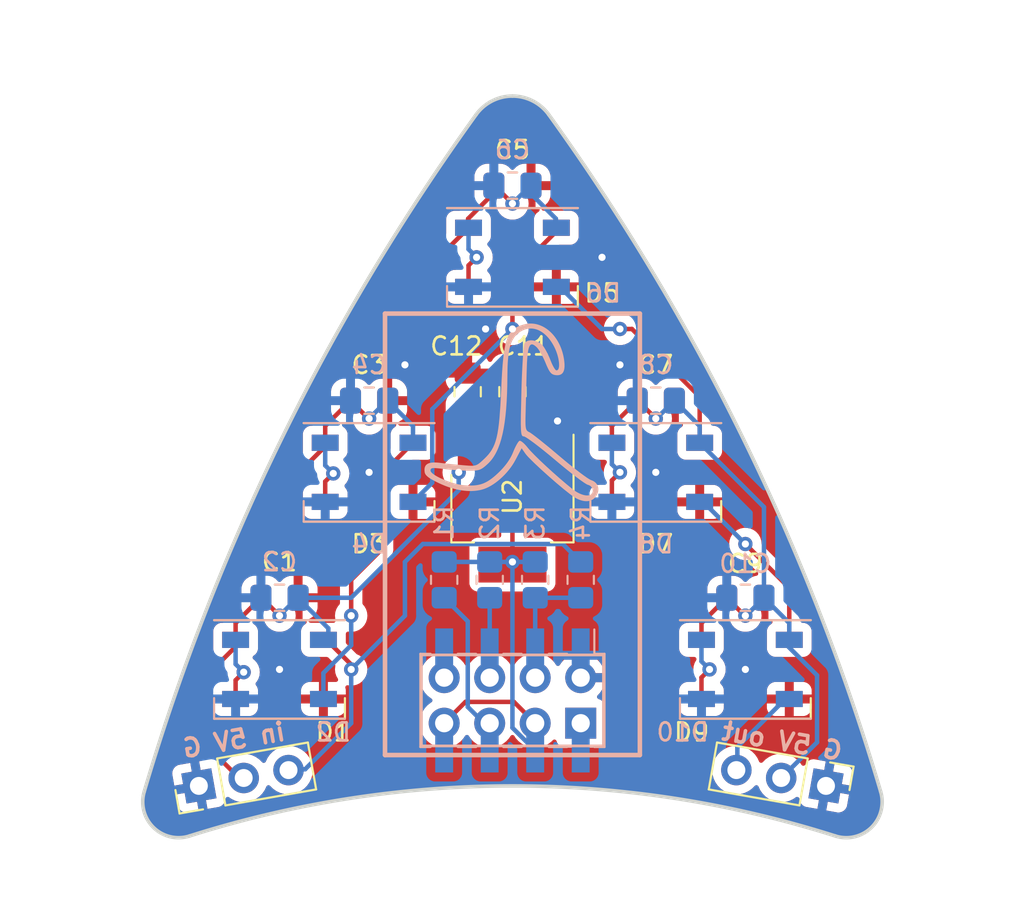
<source format=kicad_pcb>
(kicad_pcb (version 20221018) (generator pcbnew)
  (layers (0 "F.Cu" signal) (31 "B.Cu" signal) (34 "B.Paste" user) (35 "F.Paste" user) (36 "B.SilkS" user "B.Silkscreen") (37 "F.SilkS" user "F.Silkscreen") (38 "B.Mask" user) (39 "F.Mask" user) (44 "Edge.Cuts" user))
  (net 0 "")
  (net 1 "+5V")
  (net 2 "GND")
  (net 3 "3V3")
  (net 4 "Net-(D1-DOUT)")
  (net 5 "LED")
  (net 6 "Net-(D2-DOUT)")
  (net 7 "Net-(D3-DOUT)")
  (net 8 "Net-(D4-DOUT)")
  (net 9 "Net-(D5-DOUT)")
  (net 10 "Net-(D6-DOUT)")
  (net 11 "Net-(D7-DOUT)")
  (net 12 "LED_out")
  (net 14 "Net-(U1-RST)")
  (net 15 "Net-(U1-GPIO2)")
  (net 16 "Net-(U1-GPIO0)")
  (net 18 "Net-(D8-DOUT)")
  (net 19 "Net-(D10-DIN)")
  (footprint "LED_SMD:LED_WS2812B_PLCC4_5.0x5.0mm_P3.2mm" (layer "F.Cu") (at 8 21)
    (fp_text reference "D7")
    (fp_text value "WS2812B")
  )
  (footprint "LED_SMD:LED_WS2812B_PLCC4_5.0x5.0mm_P3.2mm" (layer "F.Cu") (at 13 32)
    (fp_text reference "D9")
    (fp_text value "WS2812B")
  )
  (footprint "LED_SMD:LED_WS2812B_PLCC4_5.0x5.0mm_P3.2mm" (layer "F.Cu") (at 0 9)
    (fp_text reference "D5")
    (fp_text value "WS2812B")
  )
  (footprint "Capacitor_SMD:C_0805_2012Metric_Pad1.18x1.45mm_HandSolder" (layer "F.Cu") (at 13 28 180)
    (fp_text reference "C9")
    (fp_text value "100nF")
  )
  (footprint "Capacitor_SMD:C_0805_2012Metric_Pad1.18x1.45mm_HandSolder" (layer "F.Cu") (at 0 16.5 90)
    (fp_text reference "C11")
    (fp_text value "220uF")
  )
  (footprint "Capacitor_SMD:C_0805_2012Metric_Pad1.18x1.45mm_HandSolder" (layer "F.Cu") (at 8 17 180)
    (fp_text reference "C7")
    (fp_text value "100nF")
  )
  (footprint "Package_TO_SOT_SMD:SOT-223-3_TabPin2" (layer "F.Cu") (at 0 23 -90)
    (fp_text reference "U2")
    (fp_text value "AMS1117-3.3")
  )
  (footprint "LED_SMD:LED_WS2812B_PLCC4_5.0x5.0mm_P3.2mm" (layer "F.Cu") (at -8 21)
    (fp_text reference "D3")
    (fp_text value "WS2812B")
  )
  (footprint "Connector_PinHeader_2.54mm:PinHeader_1x03_P2.54mm_Vertical" (layer "F.Cu") (at -17.5 38.5 100)
    (fp_text reference "J1" hide)
    (fp_text value "Conn_01x03_Socket")
  )
  (footprint "Capacitor_SMD:C_0805_2012Metric_Pad1.18x1.45mm_HandSolder" (layer "F.Cu") (at -13 28 180)
    (fp_text reference "C1")
    (fp_text value "100nF")
  )
  (footprint "Capacitor_SMD:C_0805_2012Metric_Pad1.18x1.45mm_HandSolder" (layer "F.Cu") (at -2.5 16.5 90)
    (fp_text reference "C12")
    (fp_text value "22uF")
  )
  (footprint "Capacitor_SMD:C_0805_2012Metric_Pad1.18x1.45mm_HandSolder" (layer "F.Cu") (at -8 17 180)
    (fp_text reference "C3")
    (fp_text value "100nF")
  )
  (footprint "LED_SMD:LED_WS2812B_PLCC4_5.0x5.0mm_P3.2mm" (layer "F.Cu") (at -13 32)
    (fp_text reference "D1")
    (fp_text value "WS2812B")
  )
  (footprint "Connector_PinHeader_2.54mm:PinHeader_1x03_P2.54mm_Vertical" (layer "F.Cu") (at 17.5 38.5 -100)
    (fp_text reference "J2" hide)
    (fp_text value "Conn_01x03_Socket")
  )
  (footprint "Capacitor_SMD:C_0805_2012Metric_Pad1.18x1.45mm_HandSolder" (layer "F.Cu") (at 0 5 180)
    (fp_text reference "C5")
    (fp_text value "100nF")
  )
  (footprint "Capacitor_SMD:C_0805_2012Metric_Pad1.18x1.45mm_HandSolder" (layer "B.Cu") (at -13 28)
    (fp_text reference "C2")
    (fp_text value "100nF")
  )
  (footprint "Resistor_SMD:R_0805_2012Metric_Pad1.20x1.40mm_HandSolder" (layer "B.Cu") (at -3.81 27 -90)
    (fp_text reference "R1")
    (fp_text value "10k")
  )
  (footprint "Connector_PinSocket_2.54mm:PinSocket_2x04_P2.54mm_Vertical_SMD" (layer "B.Cu") (at 0 33.73 90)
    (fp_text reference "U1_" hide)
    (fp_text value "PinSocket_2x04_P2.54mm_Vertical_SMD" hide)
  )
  (footprint "Capacitor_SMD:C_0805_2012Metric_Pad1.18x1.45mm_HandSolder" (layer "B.Cu") (at 13 28)
    (fp_text reference "C10")
    (fp_text value "100nF")
  )
  (footprint "ESP8266:ESP-01" (layer "B.Cu") (at 3.81 35 90)
    (fp_text reference "U1" hide)
    (fp_text value "ESP-01v090" hide)
  )
  (footprint "Resistor_SMD:R_0805_2012Metric_Pad1.20x1.40mm_HandSolder" (layer "B.Cu") (at -1.27 27 90)
    (fp_text reference "R2")
    (fp_text value "10k")
  )
  (footprint "Capacitor_SMD:C_0805_2012Metric_Pad1.18x1.45mm_HandSolder" (layer "B.Cu") (at 8 17)
    (fp_text reference "C8")
    (fp_text value "100nF")
  )
  (footprint "Resistor_SMD:R_0805_2012Metric_Pad1.20x1.40mm_HandSolder" (layer "B.Cu") (at 3.81 27 90)
    (fp_text reference "R4")
    (fp_text value "120")
  )
  (footprint "LED_SMD:LED_WS2812B_PLCC4_5.0x5.0mm_P3.2mm" (layer "B.Cu") (at 13 32 180)
    (fp_text reference "D10")
    (fp_text value "WS2812B")
  )
  (footprint "LED_SMD:LED_WS2812B_PLCC4_5.0x5.0mm_P3.2mm" (layer "B.Cu") (at -13 32 180)
    (fp_text reference "D2")
    (fp_text value "WS2812B")
  )
  (footprint "Capacitor_SMD:C_0805_2012Metric_Pad1.18x1.45mm_HandSolder" (layer "B.Cu") (at 0 5)
    (fp_text reference "C6")
    (fp_text value "100nF")
  )
  (footprint "Capacitor_SMD:C_0805_2012Metric_Pad1.18x1.45mm_HandSolder" (layer "B.Cu") (at -8 17)
    (fp_text reference "C4")
    (fp_text value "100nF")
  )
  (footprint "LED_SMD:LED_WS2812B_PLCC4_5.0x5.0mm_P3.2mm" (layer "B.Cu") (at -8 21 180)
    (fp_text reference "D4")
    (fp_text value "WS2812B")
  )
  (footprint "LED_SMD:LED_WS2812B_PLCC4_5.0x5.0mm_P3.2mm" (layer "B.Cu") (at 0 9 180)
    (fp_text reference "D6")
    (fp_text value "WS2812B")
  )
  (footprint "LED_SMD:LED_WS2812B_PLCC4_5.0x5.0mm_P3.2mm" (layer "B.Cu") (at 8 21 180)
    (fp_text reference "D8")
    (fp_text value "WS2812B")
  )
  (footprint "Resistor_SMD:R_0805_2012Metric_Pad1.20x1.40mm_HandSolder" (layer "B.Cu") (at 1.27 27 90)
    (fp_text reference "R3")
    (fp_text value "10k")
  )
  (gr_poly (pts (xy 0.949271 12.696016) (xy 0.857235 12.703624) (xy 0.764976 12.717499) (xy 0.67264 12.737764) (xy 0.581634 12.762332) (xy 0.495267 12.788753) (xy 0.413398 12.817415) (xy 0.335891 12.848705) (xy 0.262605 12.88301) (xy 0.193404 12.920716) (xy 0.128146 12.962212) (xy 0.066694 13.007883) (xy 0.008909 13.058117) (xy -0.045347 13.113301) (xy -0.096213 13.173822) (xy -0.14383 13.240066) (xy -0.188334 13.312421) (xy -0.229865 13.391274) (xy -0.268562 13.477012) (xy -0.304563 13.570021) (xy -0.338007 13.670688) (xy -0.369033 13.779403) (xy -0.39778 13.896548) (xy -0.424385 14.022515) (xy -0.448989 14.157688) (xy -0.47173 14.302453) (xy -0.492746 14.4572) (xy -0.512177 14.622315) (xy -0.53016 14.798184) (xy -0.546836 14.985195) (xy -0.576819 15.394188) (xy -0.603233 15.852392) (xy -0.627191 16.362903) (xy -0.672116 17.262216) (xy -0.725697 17.993276) (xy -0.757617 18.303483) (xy -0.793961 18.58095) (xy -0.835482 18.828786) (xy -0.882933 19.0501) (xy -0.937068 19.248) (xy -0.998639 19.425592) (xy -1.0684 19.585987) (xy -1.147104 19.732292) (xy -1.235504 19.867615) (xy -1.334352 19.995064) (xy -1.444404 20.117748) (xy -1.566411 20.238773) (xy -1.645787 20.313592) (xy -1.71646 20.379018) (xy -1.780127 20.435577) (xy -1.838488 20.483796) (xy -1.86621 20.504943) (xy -1.893242 20.524201) (xy -1.919798 20.541638) (xy -1.946088 20.557319) (xy -1.972327 20.57131) (xy -1.998725 20.583676) (xy -2.025496 20.594484) (xy -2.052852 20.6038) (xy -2.081005 20.611688) (xy -2.110168 20.618216) (xy -2.140552 20.623448) (xy -2.172372 20.62745) (xy -2.205837 20.630289) (xy -2.241161 20.632031) (xy -2.278557 20.63274) (xy -2.318237 20.632483) (xy -2.405297 20.629334) (xy -2.504041 20.62311) (xy -2.743376 20.603544) (xy -3.071083 20.573675) (xy -3.427263 20.538417) (xy -3.76894 20.502176) (xy -4.053138 20.469354) (xy -4.171845 20.456977) (xy -4.2812 20.450244) (xy -4.381326 20.44923) (xy -4.472344 20.45401) (xy -4.554378 20.464659) (xy -4.592064 20.472208) (xy -4.627548 20.481253) (xy -4.660848 20.491803) (xy -4.691977 20.503868) (xy -4.720952 20.517456) (xy -4.747787 20.532576) (xy -4.772498 20.54924) (xy -4.7951 20.567456) (xy -4.815608 20.587234) (xy -4.834038 20.608582) (xy -4.850404 20.63151) (xy -4.864723 20.656028) (xy -4.877009 20.682146) (xy -4.887277 20.709872) (xy -4.895544 20.739215) (xy -4.901823 20.770186) (xy -4.906131 20.802794) (xy -4.908482 20.837048) (xy -4.908892 20.872957) (xy -4.907376 20.910532) (xy -4.898628 20.990712) (xy -4.895472 21.008158) (xy -4.89124 21.025467) (xy -4.885898 21.042663) (xy -4.879416 21.05977) (xy -4.871762 21.076813) (xy -4.862904 21.093816) (xy -4.852811 21.110805) (xy -4.841451 21.127803) (xy -4.828792 21.144833) (xy -4.814804 21.161923) (xy -4.799453 21.179094) (xy -4.78271 21.196372) (xy -4.764541 21.213781) (xy -4.744916 21.231345) (xy -4.723803 21.24909) (xy -4.70117 21.267039) (xy -4.676986 21.285216) (xy -4.651219 21.303646) (xy -4.594808 21.341364) (xy -4.531688 21.380386) (xy -4.461602 21.420908) (xy -4.3843 21.463126) (xy -4.299528 21.507234) (xy -4.207034 21.553427) (xy -4.106564 21.601901) (xy -3.944317 21.675843) (xy -3.782904 21.743112) (xy -3.622513 21.803679) (xy -3.46333 21.857516) (xy -3.305544 21.904593) (xy -3.14934 21.944884) (xy -2.994907 21.978357) (xy -2.842432 22.004986) (xy -2.692102 22.024741) (xy -2.544105 22.037593) (xy -2.398628 22.043514) (xy -2.25586 22.042476) (xy -2.115986 22.034448) (xy -1.979194 22.019404) (xy -1.845672 21.997312) (xy -1.715607 21.968148) (xy -1.589267 21.9301) (xy -1.460408 21.880079) (xy -1.329816 21.818776) (xy -1.198275 21.746884) (xy -1.066572 21.665093) (xy -0.935492 21.574096) (xy -0.80582 21.474583) (xy -0.678343 21.367246) (xy -0.553845 21.252776) (xy -0.433112 21.131865) (xy -0.316929 21.005205) (xy -0.206083 20.873487) (xy -0.101358 20.737401) (xy -0.003541 20.597641) (xy 0.086584 20.454897) (xy 0.168231 20.30986) (xy 0.513435 19.656768) (xy 0.726656 19.96325) (xy 0.79584 20.050031) (xy 0.901506 20.165708) (xy 1.202855 20.466552) (xy 1.591859 20.831392) (xy 2.029673 21.225833) (xy 2.477453 21.615484) (xy 2.896355 21.965952) (xy 3.247532 22.242844) (xy 3.385585 22.342952) (xy 3.492141 22.411768) (xy 3.584609 22.462105) (xy 3.675593 22.505076) (xy 3.76486 22.540694) (xy 3.852175 22.568974) (xy 3.937303 22.589929) (xy 4.02001 22.603575) (xy 4.100062 22.609924) (xy 4.177224 22.608992) (xy 4.214649 22.6058) (xy 4.251264 22.600792) (xy 4.287038 22.593972) (xy 4.321944 22.585339) (xy 4.355951 22.574896) (xy 4.389031 22.562646) (xy 4.421154 22.54859) (xy 4.452292 22.532728) (xy 4.482413 22.515065) (xy 4.51149 22.4956) (xy 4.539494 22.474336) (xy 4.566393 22.451275) (xy 4.592161 22.426418) (xy 4.616767 22.399767) (xy 4.640181 22.371324) (xy 4.662375 22.34109) (xy 4.662375 22.341092) (xy 4.685248 22.30641) (xy 4.705933 22.27158) (xy 4.724448 22.236655) (xy 4.740809 22.201692) (xy 4.755034 22.166747) (xy 4.767137 22.131875) (xy 4.777137 22.097132) (xy 4.785049 22.062575) (xy 4.790891 22.028257) (xy 4.792484 22.013939) (xy 4.483697 22.013939) (xy 4.483466 22.033501) (xy 4.481849 22.05296) (xy 4.478822 22.072246) (xy 4.474361 22.091295) (xy 4.468441 22.110038) (xy 4.461037 22.128409) (xy 4.452124 22.14634) (xy 4.44168 22.163766) (xy 4.429677 22.180618) (xy 4.416092 22.19683) (xy 4.400902 22.212335) (xy 4.383148 22.2275) (xy 4.363816 22.240965) (xy 4.342969 22.252746) (xy 4.320667 22.26286) (xy 4.296969 22.27132) (xy 4.271938 22.278146) (xy 4.245632 22.283352) (xy 4.218114 22.286955) (xy 4.189442 22.288969) (xy 4.159679 22.289412) (xy 4.128884 22.2883) (xy 4.097118 22.285648) (xy 4.064441 22.281473) (xy 4.030916 22.275791) (xy 3.961556 22.259968) (xy 3.889524 22.238308) (xy 3.815303 22.21094) (xy 3.739379 22.177992) (xy 3.662236 22.139594) (xy 3.584358 22.095872) (xy 3.506231 22.046956) (xy 3.428337 21.992974) (xy 3.351164 21.934054) (xy 3.351163 21.934054) (xy 2.999634 21.6455) (xy 2.627147 21.32706) (xy 2.249714 20.993552) (xy 1.883349 20.659793) (xy 1.544068 20.340601) (xy 1.247882 20.050796) (xy 1.010807 19.805192) (xy 0.91944 19.703599) (xy 0.848856 19.618612) (xy 0.81485 19.576187) (xy 0.780531 19.535352) (xy 0.746128 19.4963) (xy 0.711876 19.459226) (xy 0.678004 19.424325) (xy 0.644744 19.391791) (xy 0.612329 19.361817) (xy 0.58099 19.3346) (xy 0.550959 19.310332) (xy 0.522468 19.28921) (xy 0.495748 19.271426) (xy 0.471031 19.257176) (xy 0.448548 19.246653) (xy 0.428533 19.240052) (xy 0.419523 19.238284) (xy 0.411216 19.237568) (xy 0.403642 19.237932) (xy 0.39683 19.239396) (xy 0.390139 19.242186) (xy 0.382924 19.24648) (xy 0.375211 19.252239) (xy 0.36702 19.25942) (xy 0.358376 19.267984) (xy 0.3493 19.277892) (xy 0.32995 19.301568) (xy 0.309153 19.330126) (xy 0.287094 19.36324) (xy 0.263956 19.400584) (xy 0.239924 19.441835) (xy 0.215184 19.486665) (xy 0.189916 19.534752) (xy 0.164308 19.585768) (xy 0.138542 19.63939) (xy 0.112803 19.695292) (xy 0.087275 19.75315) (xy 0.062142 19.812638) (xy 0.037588 19.873431) (xy 0.006983 19.947184) (xy -0.026633 20.020956) (xy -0.063239 20.09472) (xy -0.102814 20.168448) (xy -0.145339 20.242111) (xy -0.190792 20.31568) (xy -0.239155 20.389128) (xy -0.290406 20.462426) (xy -0.344524 20.535546) (xy -0.401491 20.60846) (xy -0.461284 20.68114) (xy -0.523885 20.753557) (xy -0.589272 20.825684) (xy -0.657426 20.89749) (xy -0.728325 20.96895) (xy -0.801951 21.040034) (xy -0.922619 21.151043) (xy -1.038738 21.251199) (xy -1.151337 21.340853) (xy -1.261446 21.42036) (xy -1.370093 21.490068) (xy -1.478309 21.550332) (xy -1.587121 21.601504) (xy -1.642072 21.62379) (xy -1.69756 21.643935) (xy -1.75371 21.661983) (xy -1.810653 21.677977) (xy -1.927431 21.703983) (xy -2.048922 21.722304) (xy -2.176156 21.733294) (xy -2.310161 21.737303) (xy -2.451968 21.734684) (xy -2.602604 21.725788) (xy -2.7631 21.710969) (xy -2.897424 21.692346) (xy -3.039425 21.664796) (xy -3.186848 21.629327) (xy -3.337437 21.58694) (xy -3.488938 21.538645) (xy -3.639096 21.485445) (xy -3.785656 21.428347) (xy -3.926362 21.368356) (xy -4.05896 21.306476) (xy -4.181194 21.243715) (xy -4.29081 21.181077) (xy -4.385552 21.119569) (xy -4.463167 21.060195) (xy -4.521397 21.003961) (xy -4.54254 20.977336) (xy -4.557989 20.951873) (xy -4.567466 20.927698) (xy -4.570688 20.904937) (xy -4.570433 20.889904) (xy -4.56961 20.875767) (xy -4.568132 20.862512) (xy -4.565909 20.850128) (xy -4.562855 20.838604) (xy -4.558882 20.82793) (xy -4.553903 20.818092) (xy -4.547828 20.809081) (xy -4.544353 20.804882) (xy -4.540572 20.800884) (xy -4.536473 20.797088) (xy -4.532046 20.793492) (xy -4.527279 20.790092) (xy -4.522162 20.78689) (xy -4.510832 20.78107) (xy -4.49797 20.776018) (xy -4.483487 20.771725) (xy -4.467295 20.768178) (xy -4.449306 20.765367) (xy -4.429434 20.763279) (xy -4.40759 20.761904) (xy -4.383687 20.76123) (xy -4.357636 20.761246) (xy -4.32935 20.76194) (xy -4.298742 20.763301) (xy -4.265724 20.765319) (xy -4.230207 20.76798) (xy -4.192104 20.771275) (xy -4.151328 20.775192) (xy -4.061404 20.784844) (xy -3.959733 20.796847) (xy -3.845614 20.81111) (xy -3.686476 20.82978) (xy -3.511944 20.847414) (xy -3.327704 20.863611) (xy -3.139437 20.87797) (xy -2.952829 20.890088) (xy -2.773564 20.899566) (xy -2.607325 20.906001) (xy -2.459797 20.908992) (xy -2.256827 20.908493) (xy -2.170105 20.905872) (xy -2.091711 20.901144) (xy -2.020504 20.893914) (xy -1.95535 20.883787) (xy -1.89511 20.870367) (xy -1.838646 20.85326) (xy -1.784822 20.83207) (xy -1.732499 20.806404) (xy -1.68054 20.775865) (xy -1.627809 20.74006) (xy -1.573168 20.698592) (xy -1.515478 20.651068) (xy -1.453604 20.597092) (xy -1.386406 20.536269) (xy -1.315559 20.467948) (xy -1.247292 20.395167) (xy -1.181582 20.31782) (xy -1.118405 20.235801) (xy -1.057738 20.149008) (xy -0.999557 20.057332) (xy -0.943838 19.960672) (xy -0.890558 19.85892) (xy -0.839693 19.751972) (xy -0.79122 19.639722) (xy -0.701354 19.398899) (xy -0.620772 19.135609) (xy -0.549284 18.849013) (xy -0.486702 18.538269) (xy -0.432838 18.202537) (xy -0.387503 17.840976) (xy -0.350508 17.452746) (xy -0.321664 17.037005) (xy -0.300782 16.592913) (xy -0.287675 16.119629) (xy -0.282153 15.616313) (xy -0.273037 15.120957) (xy -0.262704 14.899872) (xy -0.248237 14.695408) (xy -0.229425 14.506732) (xy -0.206057 14.333014) (xy -0.17792 14.173422) (xy -0.144801 14.027124) (xy -0.10649 13.89329) (xy -0.062775 13.771087) (xy -0.013443 13.659685) (xy 0.04172 13.558252) (xy 0.102922 13.465956) (xy 0.170377 13.381968) (xy 0.244297 13.305453) (xy 0.324894 13.235582) (xy 0.388672 13.187636) (xy 0.453201 13.144604) (xy 0.518398 13.106457) (xy 0.58418 13.073163) (xy 0.650466 13.04469) (xy 0.71717 13.021008) (xy 0.784211 13.002086) (xy 0.851505 12.987892) (xy 0.918969 12.978396) (xy 0.986521 12.973567) (xy 1.054078 12.973372) (xy 1.121556 12.977783) (xy 1.188873 12.986766) (xy 1.255945 13.000292) (xy 1.32269 13.018329) (xy 1.389024 13.040846) (xy 1.454866 13.067812) (xy 1.520131 13.099196) (xy 1.584736 13.134968) (xy 1.6486 13.175094) (xy 1.711638 13.219546) (xy 1.773768 13.268292) (xy 1.834908 13.3213) (xy 1.894972 13.37854) (xy 1.95388 13.43998) (xy 2.011548 13.50559) (xy 2.067892 13.575339) (xy 2.122832 13.649195) (xy 2.176281 13.727127) (xy 2.228159 13.809104) (xy 2.278382 13.895096) (xy 2.326867 13.98507) (xy 2.381572 14.097919) (xy 2.430594 14.213301) (xy 2.473806 14.32981) (xy 2.511078 14.446037) (xy 2.54228 14.560575) (xy 2.567285 14.672016) (xy 2.585962 14.778952) (xy 2.598184 14.879977) (xy 2.603819 14.973682) (xy 2.60274 15.05866) (xy 2.594817 15.133502) (xy 2.579922 15.196803) (xy 2.56982 15.223684) (xy 2.557925 15.247153) (xy 2.544224 15.267032) (xy 2.528698 15.283146) (xy 2.511332 15.295318) (xy 2.492111 15.303373) (xy 2.471016 15.307135) (xy 2.448034 15.306428) (xy 2.441824 15.304984) (xy 2.435168 15.302176) (xy 2.428089 15.29804) (xy 2.420607 15.29261) (xy 2.41274 15.285921) (xy 2.404512 15.278009) (xy 2.395941 15.268909) (xy 2.387048 15.258656) (xy 2.368377 15.234832) (xy 2.348663 15.206816) (xy 2.328068 15.174892) (xy 2.306756 15.13934) (xy 2.28489 15.10044) (xy 2.262632 15.058474) (xy 2.240146 15.013724) (xy 2.217594 14.966471) (xy 2.19514 14.916994) (xy 2.172948 14.865577) (xy 2.15118 14.8125) (xy 2.129998 14.758043) (xy 2.085017 14.64521) (xy 2.034552 14.529128) (xy 1.980316 14.413112) (xy 1.924019 14.300476) (xy 1.867375 14.194533) (xy 1.812096 14.0986) (xy 1.759896 14.015988) (xy 1.735485 13.980713) (xy 1.712486 13.950012) (xy 1.685932 13.918223) (xy 1.657552 13.887996) (xy 1.627491 13.859351) (xy 1.595892 13.832308) (xy 1.562899 13.806887) (xy 1.528657 13.783108) (xy 1.493312 13.760991) (xy 1.457006 13.740556) (xy 1.419884 13.721823) (xy 1.382092 13.704812) (xy 1.343772 13.689542) (xy 1.30507 13.676034) (xy 1.227096 13.654382) (xy 1.188112 13.646279) (xy 1.149324 13.640016) (xy 1.110876 13.635616) (xy 1.072911 13.633096) (xy 1.035574 13.632477) (xy 0.99901 13.63378) (xy 0.963363 13.637023) (xy 0.928777 13.642228) (xy 0.895397 13.649413) (xy 0.863368 13.6586) (xy 0.832832 13.669806) (xy 0.803936 13.683054) (xy 0.776824 13.698362) (xy 0.751638 13.715751) (xy 0.728525 13.73524) (xy 0.707628 13.75685) (xy 0.689092 13.7806) (xy 0.673062 13.806511) (xy 0.661702 13.83966) (xy 0.65 13.89728) (xy 0.638046 13.977988) (xy 0.625928 14.080405) (xy 0.601553 14.344841) (xy 0.577587 14.679539) (xy 0.554739 15.073451) (xy 0.533719 15.51553) (xy 0.515236 15.994728) (xy 0.5 16.5) (xy 0.469783 17.863274) (xy 0.467567 18.303447) (xy 0.475566 18.612825) (xy 0.483776 18.725541) (xy 0.494998 18.814047) (xy 0.509381 18.881174) (xy 0.527078 18.92975) (xy 0.548241 18.962606) (xy 0.573024 18.982571) (xy 0.601575 18.992475) (xy 0.634049 18.995148) (xy 0.64628 18.996873) (xy 0.662385 19.001994) (xy 0.705772 19.022083) (xy 0.763308 19.054737) (xy 0.834093 19.09928) (xy 0.917229 19.155035) (xy 1.011815 19.221326) (xy 1.231737 19.382808) (xy 1.48666 19.578314) (xy 1.769383 19.80243) (xy 2.072707 20.049744) (xy 2.389432 20.314844) (xy 2.707529 20.581231) (xy 3.014788 20.83224) (xy 3.303732 21.062196) (xy 3.566885 21.26543) (xy 3.796773 21.436268) (xy 3.985918 21.56904) (xy 4.126846 21.658072) (xy 4.176892 21.684414) (xy 4.21208 21.697694) (xy 4.235263 21.703969) (xy 4.257576 21.711548) (xy 4.278995 21.720361) (xy 4.299496 21.730344) (xy 4.319054 21.741428) (xy 4.337645 21.753548) (xy 4.355244 21.766634) (xy 4.371826 21.780622) (xy 4.387367 21.795443) (xy 4.401842 21.811031) (xy 4.415227 21.827318) (xy 4.427496 21.844239) (xy 4.438627 21.861724) (xy 4.448593 21.879709) (xy 4.457371 21.898126) (xy 4.464935 21.916907) (xy 4.471261 21.935986) (xy 4.476326 21.955296) (xy 4.480103 21.974769) (xy 4.482568 21.994339) (xy 4.483697 22.013939) (xy 4.792484 22.013939) (xy 4.794678 21.994236) (xy 4.796428 21.960568) (xy 4.796157 21.927306) (xy 4.793882 21.894508) (xy 4.789619 21.86223) (xy 4.783385 21.830527) (xy 4.775196 21.799455) (xy 4.76507 21.769068) (xy 4.753023 21.739425) (xy 4.739071 21.71058) (xy 4.723231 21.682588) (xy 4.705519 21.655506) (xy 4.685952 21.629388) (xy 4.664548 21.604293) (xy 4.641323 21.580274) (xy 4.616292 21.557388) (xy 4.589472 21.535689) (xy 4.560881 21.515235) (xy 4.530536 21.49608) (xy 4.498451 21.478281) (xy 4.464644 21.461893) (xy 4.429133 21.446972) (xy 4.391933 21.433574) (xy 4.35184 21.416361) (xy 4.298108 21.387056) (xy 4.231646 21.346346) (xy 4.153361 21.29492) (xy 3.964952 21.162665) (xy 3.74014 20.995796) (xy 3.486185 20.799813) (xy 3.210346 20.580218) (xy 2.919881 20.342512) (xy 2.622052 20.092199) (xy 2.040677 19.604625) (xy 1.529726 19.190259) (xy 1.317908 19.024225) (xy 1.144394 18.892928) (xy 1.016084 18.801848) (xy 0.971037 18.773102) (xy 0.939878 18.756464) (xy 0.920789 18.747906) (xy 0.902785 18.739143) (xy 0.88584 18.730036) (xy 0.869925 18.72045) (xy 0.855016 18.710248) (xy 0.841086 18.699291) (xy 0.828108 18.687444) (xy 0.816056 18.67457) (xy 0.804902 18.660531) (xy 0.794621 18.645192) (xy 0.785187 18.628413) (xy 0.776572 18.61006) (xy 0.768749 18.589996) (xy 0.761694 18.568081) (xy 0.755379 18.544182) (xy 0.749776 18.51816) (xy 0.744861 18.489878) (xy 0.740607 18.4592) (xy 0.736987 18.425988) (xy 0.733973 18.390106) (xy 0.731541 18.351417) (xy 0.729664 18.309784) (xy 0.728313 18.265069) (xy 0.727465 18.217137) (xy 0.727167 18.111072) (xy 0.728555 17.990492) (xy 0.731419 17.854303) (xy 0.735546 17.701408) (xy 0.793552 15.408698) (xy 0.810417 14.905544) (xy 0.822468 14.694168) (xy 0.837339 14.508566) (xy 0.855334 14.347969) (xy 0.876756 14.211607) (xy 0.901913 14.098711) (xy 0.931107 14.008509) (xy 0.964644 13.940234) (xy 0.983136 13.914078) (xy 1.002828 13.893115) (xy 1.023758 13.877248) (xy 1.045964 13.866383) (xy 1.069484 13.86042) (xy 1.094356 13.859267) (xy 1.12062 13.862824) (xy 1.148311 13.870997) (xy 1.208131 13.900805) (xy 1.274121 13.947921) (xy 1.346588 14.011575) (xy 1.371418 14.037137) (xy 1.39828 14.068656) (xy 1.426917 14.105685) (xy 1.457075 14.147776) (xy 1.488496 14.19448) (xy 1.520928 14.245351) (xy 1.554114 14.29994) (xy 1.587799 14.357801) (xy 1.621727 14.418485) (xy 1.655643 14.481544) (xy 1.689292 14.546532) (xy 1.722419 14.613) (xy 1.754768 14.680501) (xy 1.786084 14.748588) (xy 1.816111 14.816811) (xy 1.844595 14.884724) (xy 1.885068 14.982304) (xy 1.922949 15.070247) (xy 1.95866 15.149063) (xy 1.992621 15.219259) (xy 2.025256 15.281344) (xy 2.056988 15.335828) (xy 2.088238 15.383216) (xy 2.119428 15.424018) (xy 2.150981 15.458742) (xy 2.18332 15.487896) (xy 2.216864 15.511989) (xy 2.252039 15.531529) (xy 2.289264 15.547024) (xy 2.328964 15.558981) (xy 2.37156 15.56791) (xy 2.417473 15.574319) (xy 2.456483 15.577755) (xy 2.49384 15.579175) (xy 2.52955 15.578571) (xy 2.563617 15.575932) (xy 2.596046 15.571248) (xy 2.62684 15.564512) (xy 2.656007 15.555712) (xy 2.683548 15.54484) (xy 2.709471 15.531884) (xy 2.733777 15.516837) (xy 2.756474 15.499688) (xy 2.777564 15.480428) (xy 2.797053 15.459048) (xy 2.814946 15.435536) (xy 2.831247 15.409885) (xy 2.84596 15.382084) (xy 2.85909 15.352124) (xy 2.870643 15.319996) (xy 2.880621 15.285688) (xy 2.889032 15.249193) (xy 2.895877 15.2105) (xy 2.901163 15.1696) (xy 2.904894 15.126484) (xy 2.907075 15.08114) (xy 2.90771 15.033562) (xy 2.906804 14.983737) (xy 2.904361 14.931657) (xy 2.900387 14.877312) (xy 2.894885 14.820694) (xy 2.88786 14.761791) (xy 2.879318 14.700595) (xy 2.869263 14.637095) (xy 2.8468 14.517568) (xy 2.819908 14.400668) (xy 2.788729 14.28652) (xy 2.75341 14.175252) (xy 2.714096 14.066988) (xy 2.670933 13.961852) (xy 2.624064 13.859972) (xy 2.573636 13.761472) (xy 2.519792 13.666477) (xy 2.462679 13.575114) (xy 2.402441 13.487508) (xy 2.339224 13.403784) (xy 2.273172 13.324068) (xy 2.204432 13.248484) (xy 2.133147 13.177159) (xy 2.059462 13.110218) (xy 1.983524 13.047787) (xy 1.905477 12.98999) (xy 1.825466 12.936954) (xy 1.743636 12.888804) (xy 1.660134 12.845665) (xy 1.575102 12.807663) (xy 1.488687 12.774923) (xy 1.401034 12.747571) (xy 1.312287 12.725732) (xy 1.222592 12.709531) (xy 1.132095 12.699094) (xy 1.04094 12.694548)) (fill solid) (layer "B.SilkS"))
  (gr_arc (start -2.02751 1.037398) (mid -1.138748 0.27441) (end 0 0) (stroke (width 0.2)) (layer "Edge.Cuts"))
  (gr_arc (start -18.027299 41.29668) (mid 0 38.5) (end 18.027299 41.29668) (stroke (width 0.2)) (layer "Edge.Cuts"))
  (gr_arc (start 0 0) (mid 1.138748 0.27441) (end 2.02751 1.037398) (stroke (width 0.2)) (layer "Edge.Cuts"))
  (gr_arc (start -18.027299 41.29668) (mid -20.032423 40.81979) (end -20.551653 38.82521) (stroke (width 0.2)) (layer "Edge.Cuts"))
  (gr_arc (start 2.027511 1.037399) (mid 12.891272 19.146132) (end 20.551653 38.825209) (stroke (width 0.2)) (layer "Edge.Cuts"))
  (gr_arc (start -20.551653 38.825209) (mid -12.891272 19.146132) (end -2.027511 1.037399) (stroke (width 0.2)) (layer "Edge.Cuts"))
  (gr_arc (start 20.551653 38.82521) (mid 20.032425 40.819793) (end 18.027299 41.29668) (stroke (width 0.2)) (layer "Edge.Cuts"))
  (gr_text "G 5V out" (at 18.390372 37.18351 350) (layer "B.SilkS") (effects (font (size 1 1) (thickness 0.2) bold) (justify left bottom mirror)))
  (gr_text "in 5V G" (at -12.5 36 10) (layer "B.SilkS") (effects (font (size 1 1) (thickness 0.2) bold) (justify left bottom mirror)))
  (segment (start -10.45 18.4125) (end -9.0375 17) (width 0.25) (layer "F.Cu") (net 1))
  (segment (start 6.9625 17) (end 7 17) (width 0.25) (layer "F.Cu") (net 1))
  (segment (start 13 29) (end 12.9625 29) (width 0.25) (layer "F.Cu") (net 1))
  (segment (start -0.56649 5.43351) (end -1.062128 5.43351) (width 0.25) (layer "F.Cu") (net 1))
  (segment (start -14 28.055638) (end -13.762128 28.29351) (width 0.25) (layer "F.Cu") (net 1))
  (segment (start -2.474628 6.84601) (end -2.474628 7.374628) (width 0.25) (layer "F.Cu") (net 1))
  (segment (start -15.45 30.35) (end -15.45 29.4125) (width 0.25) (layer "F.Cu") (net 1))
  (segment (start 12.9625 29) (end 11.9625 28) (width 0.25) (layer "F.Cu") (net 1))
  (segment (start -10.45 19.35) (end -10.45 19.549441) (width 0.25) (layer "F.Cu") (net 1))
  (segment (start -15.303216 38.012444) (end -17 36.31566) (width 0.25) (layer "F.Cu") (net 1))
  (segment (start -15.45 29.4125) (end -14.0375 28) (width 0.25) (layer "F.Cu") (net 1))
  (segment (start -10.45 19.549441) (end -14 23.099441) (width 0.25) (layer "F.Cu") (net 1))
  (segment (start 0 6) (end -0.56649 5.43351) (width 0.25) (layer "F.Cu") (net 1))
  (segment (start 3.7625 16.625) (end -1.67255 16.625) (width 0.25) (layer "F.Cu") (net 1))
  (segment (start -13.762128 28.29351) (end -13.70649 28.29351) (width 0.25) (layer "F.Cu") (net 1))
  (segment (start -2.3 19.85) (end -2.3 17.7375) (width 0.25) (layer "F.Cu") (net 1))
  (segment (start 7 17) (end 8 18) (width 0.25) (layer "F.Cu") (net 1))
  (segment (start 5.55 18.4125) (end 3.7625 16.625) (width 0.25) (layer "F.Cu") (net 1))
  (segment (start 5.55 19.35) (end 5.55 18.4125) (width 0.25) (layer "F.Cu") (net 1))
  (segment (start -2.474628 7.374628) (end -9.0375 13.9375) (width 0.25) (layer "F.Cu") (net 1))
  (segment (start 5.55 18.4125) (end 6.9625 17) (width 0.25) (layer "F.Cu") (net 1))
  (segment (start -2.3 17.7375) (end -2.5 17.5375) (width 0.25) (layer "F.Cu") (net 1))
  (segment (start -10.54601 19.54601) (end -10.094628 19.54601) (width 0.25) (layer "F.Cu") (net 1))
  (segment (start -1.062128 5.43351) (end -2.474628 6.84601) (width 0.25) (layer "F.Cu") (net 1))
  (segment (start -17 32.278882) (end -15.174628 30.45351) (width 0.25) (layer "F.Cu") (net 1))
  (segment (start -14 23.099441) (end -14 28.055638) (width 0.25) (layer "F.Cu") (net 1))
  (segment (start 10.55 29.4125) (end 11.9625 28) (width 0.25) (layer "F.Cu") (net 1))
  (segment (start 10.55 30.35) (end 10.55 29.4125) (width 0.25) (layer "F.Cu") (net 1))
  (segment (start -13.70649 28.29351) (end -13 29) (width 0.25) (layer "F.Cu") (net 1))
  (segment (start 10.575 30.35) (end 10.55 30.35) (width 0.25) (layer "F.Cu") (net 1))
  (segment (start -8.0375 18) (end -9.0375 17) (width 0.25) (layer "F.Cu") (net 1))
  (segment (start -17 36.31566) (end -17 32.278882) (width 0.25) (layer "F.Cu") (net 1))
  (segment (start -8 18) (end -8.0375 18) (width 0.25) (layer "F.Cu") (net 1))
  (segment (start -2.5 17.45245) (end -2.5 17.5375) (width 0.25) (layer "F.Cu") (net 1))
  (segment (start 11.637872 28.29351) (end 11.637872 28.52601) (width 0.25) (layer "F.Cu") (net 1))
  (segment (start -10.45 19.35) (end -10.45 18.4125) (width 0.25) (layer "F.Cu") (net 1))
  (segment (start -9.0375 13.9375) (end -9.0375 17) (width 0.25) (layer "F.Cu") (net 1))
  (segment (start -1.67255 16.625) (end -2.5 17.45245) (width 0.25) (layer "F.Cu") (net 1))
  (via (at 8 18) (size 0.8) (drill 0.4) (layers "F.Cu" "B.Cu") (net 1))
  (via (at -3 21) (size 0.8) (drill 0.4) (layers "F.Cu" "B.Cu") (net 1))
  (via (at 0 6) (size 0.8) (drill 0.4) (layers "F.Cu" "B.Cu") (net 1))
  (via (at -8 18) (size 0.8) (drill 0.4) (layers "F.Cu" "B.Cu") (net 1))
  (via (at 13 29) (size 0.8) (drill 0.4) (layers "F.Cu" "B.Cu") (net 1))
  (via (at -13 29) (size 0.8) (drill 0.4) (layers "F.Cu" "B.Cu") (net 1))
  (segment (start 1.012872 5.43351) (end 2.425372 6.84601) (width 0.25) (layer "B.Cu") (net 1))
  (segment (start 10.45 19.35) (end 14.0375 22.9375) (width 0.25) (layer "B.Cu") (net 1))
  (segment (start -13 29) (end -12.29351 28.29351) (width 0.25) (layer "B.Cu") (net 1))
  (segment (start 0 6) (end 0.56649 5.43351) (width 0.25) (layer "B.Cu") (net 1))
  (segment (start 13.712872 28.29351) (end 13.712872 28.52601) (width 0.25) (layer "B.Cu") (net 1))
  (segment (start 17 32.328138) (end 17 36.066404) (width 0.25) (layer "B.Cu") (net 1))
  (segment (start 13.712872 27.503191) (end 13.712872 28.29351) (width 0.25) (layer "B.Cu") (net 1))
  (segment (start 15.125372 30.45351) (end 17 32.328138) (width 0.25) (layer "B.Cu") (net 1))
  (segment (start -10.274628 29.70601) (end -10.274628 30.274628) (width 0.25) (layer "B.Cu") (net 1))
  (segment (start -6.9625 17) (end -7 17) (width 0.25) (layer "B.Cu") (net 1))
  (segment (start 2.425372 6.84601) (end 2.425372 7.59351) (width 0.25) (layer "B.Cu") (net 1))
  (segment (start 10.45 19.35) (end 10.45 18.4125) (width 0.25) (layer "B.Cu") (net 1))
  (segment (start 10.45 18.4125) (end 9.0375 17) (width 0.25) (layer "B.Cu") (net 1))
  (segment (start -12.29351 28.29351) (end -11.687128 28.29351) (width 0.25) (layer "B.Cu") (net 1))
  (segment (start 15.45 30.35) (end 15.45 29.4125) (width 0.25) (layer "B.Cu") (net 1))
  (segment (start -5.55 19.35) (end -5.55 18.4125) (width 0.25) (layer "B.Cu") (net 1))
  (segment (start 15.45 29.4125) (end 14.0375 28) (width 0.25) (layer "B.Cu") (net 1))
  (segment (start -3 22) (end -3 21) (width 0.25) (layer "B.Cu") (net 1))
  (segment (start 13 29) (end 13.0375 29) (width 0.25) (layer "B.Cu") (net 1))
  (segment (start 17 36.066404) (end 15.05396 38.012444) (width 0.25) (layer "B.Cu") (net 1))
  (segment (start 0.56649 5.43351) (end 1.012872 5.43351) (width 0.25) (layer "B.Cu") (net 1))
  (segment (start 14.0375 22.9375) (end 14.0375 28) (width 0.25) (layer "B.Cu") (net 1))
  (segment (start -5.55 18.4125) (end -6.9625 17) (width 0.25) (layer "B.Cu") (net 1))
  (segment (start -11.687128 28.29351) (end -10.274628 29.70601) (width 0.25) (layer "B.Cu") (net 1))
  (segment (start 8 18) (end 8.0375 18) (width 0.25) (layer "B.Cu") (net 1))
  (segment (start 15.425 30.35) (end 15.45 30.35) (width 0.25) (layer "B.Cu") (net 1))
  (segment (start -9 28) (end -3 22) (width 0.25) (layer "B.Cu") (net 1))
  (segment (start -7 17) (end -8 18) (width 0.25) (layer "B.Cu") (net 1))
  (segment (start 13.0375 29) (end 14.0375 28) (width 0.25) (layer "B.Cu") (net 1))
  (segment (start 8.0375 18) (end 9.0375 17) (width 0.25) (layer "B.Cu") (net 1))
  (segment (start -11.9625 28) (end -9 28) (width 0.25) (layer "B.Cu") (net 1))
  (via (at 6 15) (size 0.8) (drill 0.4) (layers "F.Cu" "B.Cu") (net 2))
  (via (at 2.515372 18.13351) (size 0.8) (drill 0.4) (layers "F.Cu" "B.Cu") (net 2))
  (via (at -1.5 13) (size 0.8) (drill 0.4) (layers "F.Cu" "B.Cu") (net 2))
  (via (at 8 21) (size 0.8) (drill 0.4) (layers "F.Cu" "B.Cu") (net 2))
  (via (at -8 21) (size 0.8) (drill 0.4) (layers "F.Cu" "B.Cu") (net 2))
  (via (at -13 32) (size 0.8) (drill 0.4) (layers "F.Cu" "B.Cu") (net 2))
  (via (at 13 32) (size 0.8) (drill 0.4) (layers "F.Cu" "B.Cu") (net 2))
  (via (at 5 9) (size 0.8) (drill 0.4) (layers "F.Cu" "B.Cu") (net 2))
  (via (at -6 15) (size 0.8) (drill 0.4) (layers "F.Cu" "B.Cu") (net 2))
  (segment (start 0.0814 33.8114) (end 1.27 35) (width 0.25) (layer "F.Cu") (net 3))
  (segment (start -3.81 35) (end -2.6214 33.8114) (width 0.25) (layer "F.Cu") (net 3))
  (segment (start -2.6214 33.8114) (end 0.0814 33.8114) (width 0.25) (layer "F.Cu") (net 3))
  (segment (start -0.024628 20.06351) (end -0.024628 17.90101) (width 0.25) (layer "F.Cu") (net 3))
  (segment (start 0 26.15) (end 0 26) (width 0.25) (layer "F.Cu") (net 3))
  (segment (start -0.024628 26.36351) (end -0.024628 26.51551) (width 0.25) (layer "F.Cu") (net 3))
  (segment (start 0 26) (end 0 19.85) (width 0.25) (layer "F.Cu") (net 3))
  (via (at 0 26) (size 0.8) (drill 0.4) (layers "F.Cu" "B.Cu") (net 3))
  (segment (start 1.27 26) (end -3.81 26) (width 0.25) (layer "B.Cu") (net 3))
  (segment (start 0 35.255) (end 0 26) (width 0.25) (layer "B.Cu") (net 3))
  (segment (start 1.27 36.525) (end 0 35.255) (width 0.25) (layer "B.Cu") (net 3))
  (segment (start -15 32.152094) (end -15.45 32.602094) (width 0.25) (layer "F.Cu") (net 4))
  (segment (start -15.45 32.602094) (end -15.45 33.65) (width 0.25) (layer "F.Cu") (net 4))
  (segment (start -15.174628 33.75351) (end -15.174628 33.50351) (width 0.25) (layer "F.Cu") (net 4))
  (segment (start -15.45 33.65) (end -15.45 33.45) (width 0.25) (layer "F.Cu") (net 4))
  (via (at -15 32.152094) (size 0.8) (drill 0.4) (layers "F.Cu" "B.Cu") (net 4))
  (segment (start -15 32.152094) (end -15.45 31.702094) (width 0.25) (layer "B.Cu") (net 4))
  (segment (start -15.45 31.702094) (end -15.45 30.35) (width 0.25) (layer "B.Cu") (net 4))
  (segment (start -9 32) (end -9 31.728138) (width 0.25) (layer "F.Cu") (net 5))
  (segment (start -9 31.728138) (end -10.274628 30.45351) (width 0.25) (layer "F.Cu") (net 5))
  (via (at -9 32) (size 0.8) (drill 0.4) (layers "F.Cu" "B.Cu") (net 5))
  (segment (start -9 32) (end -6 29) (width 0.25) (layer "B.Cu") (net 5))
  (segment (start -6 29) (end -6 26) (width 0.25) (layer "B.Cu") (net 5))
  (segment (start -6 26) (end -5 25) (width 0.25) (layer "B.Cu") (net 5))
  (segment (start 2.81 25) (end 3.81 26) (width 0.25) (layer "B.Cu") (net 5))
  (segment (start -5 25) (end 2.81 25) (width 0.25) (layer "B.Cu") (net 5))
  (segment (start -11.571377 37.571377) (end -12.801805 37.571377) (width 0.25) (layer "B.Cu") (net 5))
  (segment (start -9 35) (end -11.571377 37.571377) (width 0.25) (layer "B.Cu") (net 5))
  (segment (start -9 32) (end -9 35) (width 0.25) (layer "B.Cu") (net 5))
  (segment (start -7.275 25.275) (end -7.275 21.075) (width 0.25) (layer "F.Cu") (net 6))
  (segment (start -7.275 21.075) (end -5.55 19.35) (width 0.25) (layer "F.Cu") (net 6))
  (segment (start -9 29) (end -9 27) (width 0.25) (layer "F.Cu") (net 6))
  (segment (start -9 27) (end -7.275 25.275) (width 0.25) (layer "F.Cu") (net 6))
  (via (at -9 29) (size 0.8) (drill 0.4) (layers "F.Cu" "B.Cu") (net 6))
  (segment (start -10.274628 33.75351) (end -10.274628 33.725372) (width 0.25) (layer "B.Cu") (net 6))
  (segment (start -10.55 32.2) (end -10.55 33.65) (width 0.25) (layer "B.Cu") (net 6))
  (segment (start -9 30.65) (end -10.55 32.2) (width 0.25) (layer "B.Cu") (net 6))
  (segment (start -9 29) (end -9 30.65) (width 0.25) (layer "B.Cu") (net 6))
  (segment (start -10.45 21.512373) (end -10.45 22.65) (width 0.25) (layer "F.Cu") (net 7))
  (segment (start -10.45 22.65) (end -10.45 22.45) (width 0.25) (layer "F.Cu") (net 7))
  (segment (start -10 21.062373) (end -10.45 21.512373) (width 0.25) (layer "F.Cu") (net 7))
  (via (at -10 21.062373) (size 0.8) (drill 0.4) (layers "F.Cu" "B.Cu") (net 7))
  (segment (start -10.45 20.612373) (end -10.45 19.35) (width 0.25) (layer "B.Cu") (net 7))
  (segment (start -10 21.062373) (end -10.45 20.612373) (width 0.25) (layer "B.Cu") (net 7))
  (segment (start 0 13) (end 0 10) (width 0.25) (layer "F.Cu") (net 8))
  (segment (start 0 10) (end 2.45 7.55) (width 0.25) (layer "F.Cu") (net 8))
  (segment (start 2.45 7.55) (end 2.45 7.35) (width 0.25) (layer "F.Cu") (net 8))
  (via (at 0 13) (size 0.8) (drill 0.4) (layers "F.Cu" "B.Cu") (net 8))
  (segment (start -4.475 21.575) (end -5.55 22.65) (width 0.25) (layer "B.Cu") (net 8))
  (segment (start 0 13) (end -4.475 17.475) (width 0.25) (layer "B.Cu") (net 8))
  (segment (start -4.475 17.475) (end -4.475 21.575) (width 0.25) (layer "B.Cu") (net 8))
  (segment (start -2 9) (end -2.45 9.45) (width 0.25) (layer "F.Cu") (net 9))
  (segment (start -2.45 9.45) (end -2.45 10.65) (width 0.25) (layer "F.Cu") (net 9))
  (via (at -2 9) (size 0.8) (drill 0.4) (layers "F.Cu" "B.Cu") (net 9))
  (segment (start -2 9) (end -2.45 8.55) (width 0.25) (layer "B.Cu") (net 9))
  (segment (start -2.45 8.55) (end -2.45 7.35) (width 0.25) (layer "B.Cu") (net 9))
  (segment (start 6.6701 13) (end 10.45 16.7799) (width 0.25) (layer "F.Cu") (net 10))
  (segment (start 6 13) (end 6.6701 13) (width 0.25) (layer "F.Cu") (net 10))
  (segment (start 10.45 16.7799) (end 10.45 19.35) (width 0.25) (layer "F.Cu") (net 10))
  (via (at 6 13) (size 0.8) (drill 0.4) (layers "F.Cu" "B.Cu") (net 10))
  (segment (start 2.65 10.65) (end 2.45 10.65) (width 0.25) (layer "B.Cu") (net 10))
  (segment (start 5 13) (end 2.65 10.65) (width 0.25) (layer "B.Cu") (net 10))
  (segment (start 6 13) (end 5 13) (width 0.25) (layer "B.Cu") (net 10))
  (segment (start 2.425372 10.89351) (end 2.425372 10.925372) (width 0.25) (layer "B.Cu") (net 10))
  (segment (start 5.55 21.45) (end 6 21) (width 0.25) (layer "F.Cu") (net 11))
  (segment (start 5.55 22.65) (end 5.55 21.45) (width 0.25) (layer "F.Cu") (net 11))
  (via (at 6 21) (size 0.8) (drill 0.4) (layers "F.Cu" "B.Cu") (net 11))
  (segment (start 5.55 20.55) (end 6 21) (width 0.25) (layer "B.Cu") (net 11))
  (segment (start 5.55 19.35) (end 5.55 20.55) (width 0.25) (layer "B.Cu") (net 11))
  (segment (start 12.552549 37.571377) (end 12.552549 36.326333) (width 0.25) (layer "B.Cu") (net 12))
  (segment (start 12.552549 36.326333) (end 15.125372 33.75351) (width 0.25) (layer "B.Cu") (net 12))
  (segment (start -3.81 28) (end -2.493228 29.316772) (width 0.25) (layer "B.Cu") (net 14))
  (segment (start -2.493228 29.316772) (end -2.493228 34.08991) (width 0.25) (layer "B.Cu") (net 14))
  (segment (start -2.493228 34.08991) (end -1.304628 35.27851) (width 0.25) (layer "B.Cu") (net 14))
  (segment (start 1.27 31.21) (end 1.27 28) (width 0.25) (layer "B.Cu") (net 15))
  (segment (start 1.27 28) (end 3.81 28) (width 0.25) (layer "B.Cu") (net 15))
  (segment (start -1.27 28) (end -1.27 31.475) (width 0.25) (layer "B.Cu") (net 16))
  (segment (start 13 25) (end 15.45 27.45) (width 0.25) (layer "F.Cu") (net 18))
  (segment (start 15.45 27.45) (end 15.45 30.35) (width 0.25) (layer "F.Cu") (net 18))
  (via (at 13 25) (size 0.8) (drill 0.4) (layers "F.Cu" "B.Cu") (net 18))
  (segment (start 10.65 22.65) (end 13 25) (width 0.25) (layer "B.Cu") (net 18))
  (segment (start 10.45 22.65) (end 10.65 22.65) (width 0.25) (layer "B.Cu") (net 18))
  (segment (start 10.55 32.45) (end 11 32) (width 0.25) (layer "F.Cu") (net 19))
  (segment (start 10.55 33.65) (end 10.55 32.45) (width 0.25) (layer "F.Cu") (net 19))
  (via (at 11 32) (size 0.8) (drill 0.4) (layers "F.Cu" "B.Cu") (net 19))
  (segment (start 10.55 31.55) (end 11 32) (width 0.25) (layer "B.Cu") (net 19))
  (segment (start 10.55 30.35) (end 10.55 31.55) (width 0.25) (layer "B.Cu") (net 19))
  (zone (net 2) (net_name "GND") (layers "F&B.Cu") (name "GND") (connect_pads (clearance 0.5)) (min_thickness 0.25) (fill yes (thermal_gap 0.5) (thermal_bridge_width 0.5) (smoothing chamfer) (radius 1))
    (polygon (pts (xy -0.024628 -5.36149) (xy 28.550372 44.16851) (xy -28.599628 44.16851)))
  )
)
</source>
